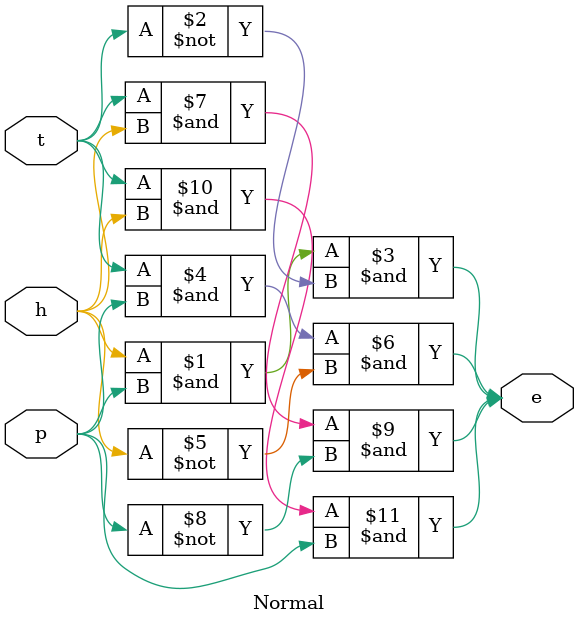
<source format=v>



// Generated by Quartus Prime Version 18.1 (Build Build 625 09/12/2018)
// Created on Tue Jun 09 13:42:25 2020

//  Module Declaration
module Normal
(
	// {{ALTERA_ARGS_BEGIN}} DO NOT REMOVE THIS LINE!
	p, t, h, e
	// {{ALTERA_ARGS_END}} DO NOT REMOVE THIS LINE!
);
// Port Declaration

	// {{ALTERA_IO_BEGIN}} DO NOT REMOVE THIS LINE!
	input p;
	input t;
	input h;
	output e;
	// {{ALTERA_IO_END}} DO NOT REMOVE THIS LINE!

and(e,h,p,~t);
and(e,t,p,~h);
and(e,t,h,~p);
and(e,t,h,p);


endmodule
 
</source>
